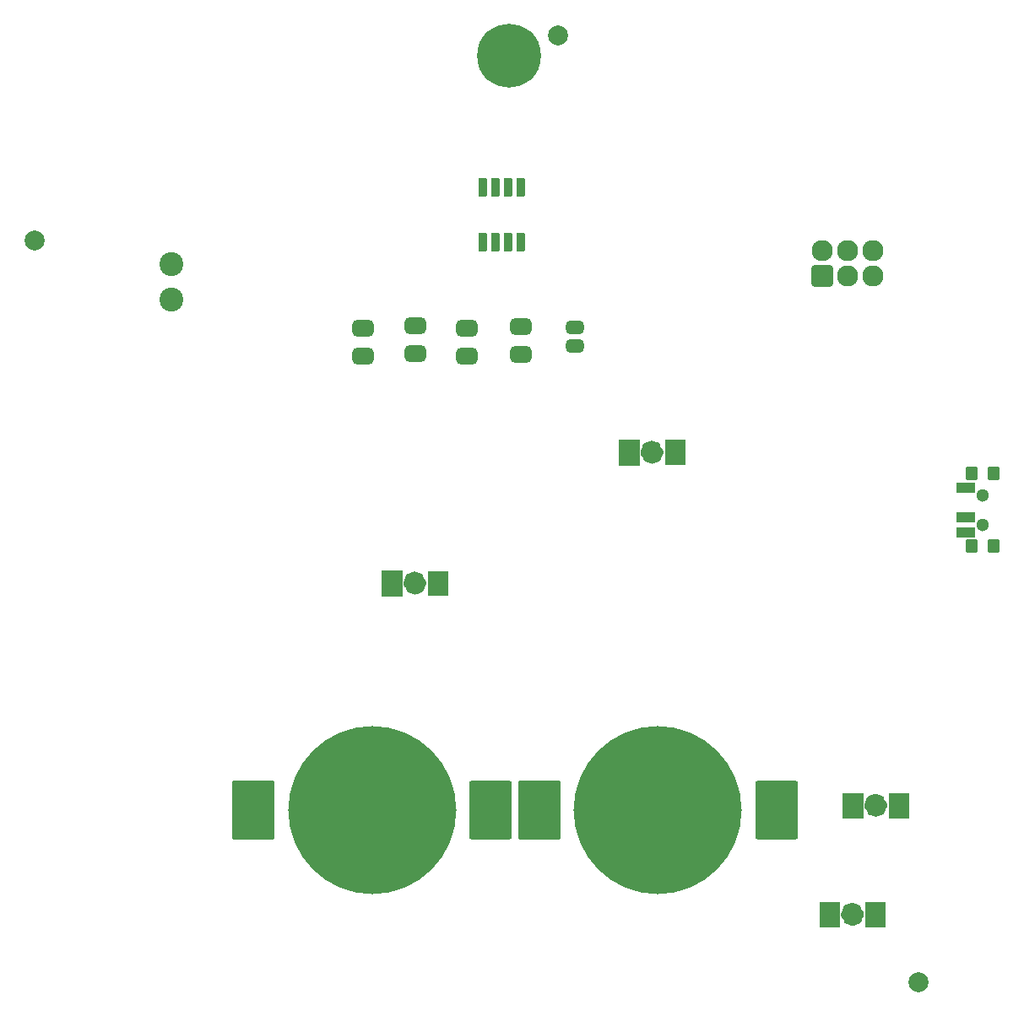
<source format=gbr>
%TF.GenerationSoftware,KiCad,Pcbnew,(6.0.7)*%
%TF.CreationDate,2022-10-15T16:11:04-05:00*%
%TF.ProjectId,Hackfest 2022 Badge,4861636b-6665-4737-9420-323032322042,Rev0*%
%TF.SameCoordinates,Original*%
%TF.FileFunction,Soldermask,Bot*%
%TF.FilePolarity,Negative*%
%FSLAX46Y46*%
G04 Gerber Fmt 4.6, Leading zero omitted, Abs format (unit mm)*
G04 Created by KiCad (PCBNEW (6.0.7)) date 2022-10-15 16:11:04*
%MOMM*%
%LPD*%
G01*
G04 APERTURE LIST*
G04 Aperture macros list*
%AMRoundRect*
0 Rectangle with rounded corners*
0 $1 Rounding radius*
0 $2 $3 $4 $5 $6 $7 $8 $9 X,Y pos of 4 corners*
0 Add a 4 corners polygon primitive as box body*
4,1,4,$2,$3,$4,$5,$6,$7,$8,$9,$2,$3,0*
0 Add four circle primitives for the rounded corners*
1,1,$1+$1,$2,$3*
1,1,$1+$1,$4,$5*
1,1,$1+$1,$6,$7*
1,1,$1+$1,$8,$9*
0 Add four rect primitives between the rounded corners*
20,1,$1+$1,$2,$3,$4,$5,0*
20,1,$1+$1,$4,$5,$6,$7,0*
20,1,$1+$1,$6,$7,$8,$9,0*
20,1,$1+$1,$8,$9,$2,$3,0*%
G04 Aperture macros list end*
%ADD10C,1.152495*%
%ADD11C,0.100000*%
%ADD12C,16.859512*%
%ADD13RoundRect,0.200000X1.954300X2.761600X-1.954300X2.761600X-1.954300X-2.761600X1.954300X-2.761600X0*%
%ADD14RoundRect,0.200000X1.928900X2.736200X-1.928900X2.736200X-1.928900X-2.736200X1.928900X-2.736200X0*%
%ADD15R,1.955800X2.463800*%
%ADD16R,1.930400X2.438400*%
%ADD17C,6.400000*%
%ADD18O,2.127200X2.127200*%
%ADD19RoundRect,0.200000X-0.863600X0.863600X-0.863600X-0.863600X0.863600X-0.863600X0.863600X0.863600X0*%
%ADD20C,2.127200*%
%ADD21C,2.000000*%
%ADD22C,2.400000*%
%ADD23RoundRect,0.200000X-0.400000X0.500000X-0.400000X-0.500000X0.400000X-0.500000X0.400000X0.500000X0*%
%ADD24C,1.300000*%
%ADD25RoundRect,0.200000X-0.750000X0.350000X-0.750000X-0.350000X0.750000X-0.350000X0.750000X0.350000X0*%
%ADD26RoundRect,0.443750X0.456250X-0.243750X0.456250X0.243750X-0.456250X0.243750X-0.456250X-0.243750X0*%
%ADD27RoundRect,0.070000X0.325000X0.875000X-0.325000X0.875000X-0.325000X-0.875000X0.325000X-0.875000X0*%
%ADD28RoundRect,0.450000X-0.625000X0.375000X-0.625000X-0.375000X0.625000X-0.375000X0.625000X0.375000X0*%
G04 APERTURE END LIST*
%TO.C,D4*%
D10*
X179436247Y-138515800D02*
G75*
G03*
X179436247Y-138515800I-576247J0D01*
G01*
G36*
X177539200Y-139760400D02*
G01*
X175558000Y-139760400D01*
X175558000Y-137271200D01*
X177539200Y-137271200D01*
X177539200Y-139760400D01*
G37*
D11*
X177539200Y-139760400D02*
X175558000Y-139760400D01*
X175558000Y-137271200D01*
X177539200Y-137271200D01*
X177539200Y-139760400D01*
G36*
X182111200Y-139735000D02*
G01*
X180180800Y-139735000D01*
X180180800Y-137296600D01*
X182111200Y-137296600D01*
X182111200Y-139735000D01*
G37*
X182111200Y-139735000D02*
X180180800Y-139735000D01*
X180180800Y-137296600D01*
X182111200Y-137296600D01*
X182111200Y-139735000D01*
%TO.C,D3*%
D10*
X181776247Y-127574700D02*
G75*
G03*
X181776247Y-127574700I-576247J0D01*
G01*
G36*
X184451200Y-128793900D02*
G01*
X182520800Y-128793900D01*
X182520800Y-126355500D01*
X184451200Y-126355500D01*
X184451200Y-128793900D01*
G37*
D11*
X184451200Y-128793900D02*
X182520800Y-128793900D01*
X182520800Y-126355500D01*
X184451200Y-126355500D01*
X184451200Y-128793900D01*
G36*
X179879200Y-128819300D02*
G01*
X177898000Y-128819300D01*
X177898000Y-126330100D01*
X179879200Y-126330100D01*
X179879200Y-128819300D01*
G37*
X179879200Y-128819300D02*
X177898000Y-128819300D01*
X177898000Y-126330100D01*
X179879200Y-126330100D01*
X179879200Y-128819300D01*
%TO.C,D2*%
D10*
X135551847Y-105283000D02*
G75*
G03*
X135551847Y-105283000I-576247J0D01*
G01*
G36*
X133654800Y-106527600D02*
G01*
X131673600Y-106527600D01*
X131673600Y-104038400D01*
X133654800Y-104038400D01*
X133654800Y-106527600D01*
G37*
D11*
X133654800Y-106527600D02*
X131673600Y-106527600D01*
X131673600Y-104038400D01*
X133654800Y-104038400D01*
X133654800Y-106527600D01*
G36*
X138226800Y-106502200D02*
G01*
X136296400Y-106502200D01*
X136296400Y-104063800D01*
X138226800Y-104063800D01*
X138226800Y-106502200D01*
G37*
X138226800Y-106502200D02*
X136296400Y-106502200D01*
X136296400Y-104063800D01*
X138226800Y-104063800D01*
X138226800Y-106502200D01*
%TO.C,D1*%
D10*
X159326247Y-92151200D02*
G75*
G03*
X159326247Y-92151200I-576247J0D01*
G01*
G36*
X162001200Y-93370400D02*
G01*
X160070800Y-93370400D01*
X160070800Y-90932000D01*
X162001200Y-90932000D01*
X162001200Y-93370400D01*
G37*
D11*
X162001200Y-93370400D02*
X160070800Y-93370400D01*
X160070800Y-90932000D01*
X162001200Y-90932000D01*
X162001200Y-93370400D01*
G36*
X157429200Y-93395800D02*
G01*
X155448000Y-93395800D01*
X155448000Y-90906600D01*
X157429200Y-90906600D01*
X157429200Y-93395800D01*
G37*
X157429200Y-93395800D02*
X155448000Y-93395800D01*
X155448000Y-90906600D01*
X157429200Y-90906600D01*
X157429200Y-93395800D01*
%TD*%
D12*
%TO.C,BT2*%
X130680000Y-128030000D03*
D13*
X118775000Y-128030000D03*
D14*
X142585000Y-128030000D03*
%TD*%
%TO.C,BT1*%
X171275000Y-128030000D03*
D13*
X147465000Y-128030000D03*
D12*
X159370000Y-128030000D03*
%TD*%
D15*
%TO.C,D4*%
X176574000Y-138515800D03*
D16*
X181146000Y-138515800D03*
%TD*%
%TO.C,D3*%
X183486000Y-127574700D03*
D15*
X178914000Y-127574700D03*
%TD*%
D17*
%TO.C,REF\u002A\u002A*%
X144430000Y-52360000D03*
%TD*%
D16*
%TO.C,D2*%
X137261600Y-105283000D03*
D15*
X132689600Y-105283000D03*
%TD*%
D18*
%TO.C,X1*%
X175842700Y-71963700D03*
D19*
X175842700Y-74503700D03*
D18*
X178382700Y-71963700D03*
X178382700Y-74503700D03*
D20*
X180922700Y-71963700D03*
X180922700Y-74503700D03*
%TD*%
D16*
%TO.C,D1*%
X161036000Y-92151200D03*
D15*
X156464000Y-92151200D03*
%TD*%
D21*
%TO.C,REF\u002A\u002A*%
X149320000Y-50370000D03*
%TD*%
D22*
%TO.C,J1*%
X110530000Y-76840000D03*
X110530000Y-73310800D03*
%TD*%
D23*
%TO.C,SW1*%
X190845200Y-101592400D03*
D24*
X191955200Y-99442400D03*
D23*
X193055200Y-101592400D03*
X190845200Y-94292400D03*
D24*
X191955200Y-96442400D03*
D23*
X193055200Y-94292400D03*
D25*
X190195200Y-95692400D03*
X190195200Y-98692400D03*
X190195200Y-100192400D03*
%TD*%
D26*
%TO.C,C1*%
X151053800Y-81480900D03*
X151053800Y-79605900D03*
%TD*%
D27*
%TO.C,IC1*%
X145643600Y-71041900D03*
X144373600Y-71041900D03*
X143103600Y-71041900D03*
X141833600Y-71041900D03*
X141833600Y-65541900D03*
X143103600Y-65541900D03*
X144373600Y-65541900D03*
X145643600Y-65541900D03*
%TD*%
D28*
%TO.C,R2*%
X140208000Y-79676800D03*
X140208000Y-82476800D03*
%TD*%
D21*
%TO.C,REF\u002A\u002A*%
X96820000Y-70930000D03*
%TD*%
D28*
%TO.C,R1*%
X145618200Y-79552800D03*
X145618200Y-82352800D03*
%TD*%
D21*
%TO.C,REF\u002A\u002A*%
X185520000Y-145290000D03*
%TD*%
D28*
%TO.C,R3*%
X135026400Y-79451200D03*
X135026400Y-82251200D03*
%TD*%
%TO.C,R4*%
X129743200Y-79727600D03*
X129743200Y-82527600D03*
%TD*%
M02*

</source>
